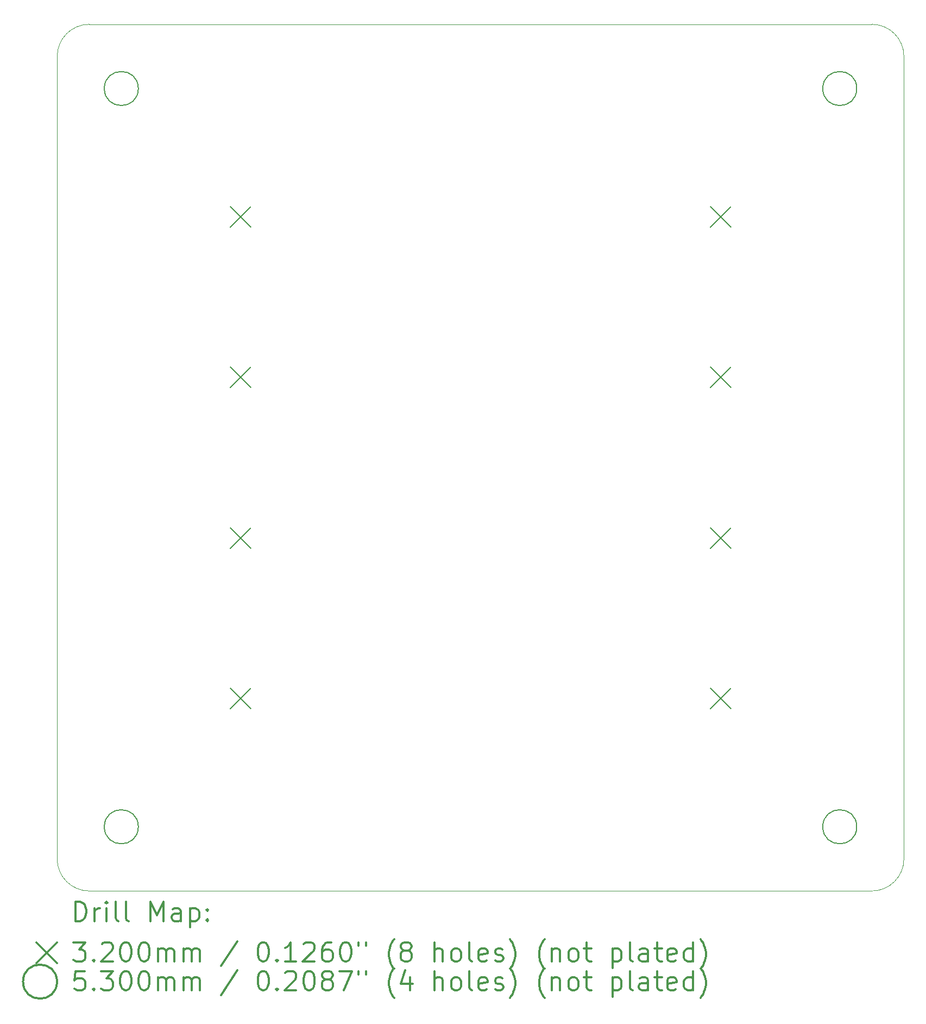
<source format=gbr>
%FSLAX45Y45*%
G04 Gerber Fmt 4.5, Leading zero omitted, Abs format (unit mm)*
G04 Created by KiCad (PCBNEW (5.1.10-1-10_14)) date 2022-03-30 11:01:11*
%MOMM*%
%LPD*%
G01*
G04 APERTURE LIST*
%TA.AperFunction,Profile*%
%ADD10C,0.050000*%
%TD*%
%ADD11C,0.200000*%
%ADD12C,0.300000*%
G04 APERTURE END LIST*
D10*
X16220000Y-3800000D02*
G75*
G02*
X16720000Y-4300000I0J-500000D01*
G01*
X16720000Y-16800000D02*
G75*
G02*
X16220000Y-17300000I-500000J0D01*
G01*
X4020000Y-17300000D02*
G75*
G02*
X3520000Y-16800000I0J500000D01*
G01*
X3520000Y-4300000D02*
G75*
G02*
X4020000Y-3800000I500000J0D01*
G01*
X3520000Y-4300000D02*
X3520000Y-16800000D01*
X4020000Y-17300000D02*
X16220000Y-17300000D01*
X16720000Y-4300000D02*
X16720000Y-16800000D01*
X4020000Y-3800000D02*
X16220000Y-3800000D01*
D11*
X6217500Y-6640000D02*
X6537500Y-6960000D01*
X6537500Y-6640000D02*
X6217500Y-6960000D01*
X6217500Y-9140000D02*
X6537500Y-9460000D01*
X6537500Y-9140000D02*
X6217500Y-9460000D01*
X6217500Y-11640000D02*
X6537500Y-11960000D01*
X6537500Y-11640000D02*
X6217500Y-11960000D01*
X6217500Y-14140000D02*
X6537500Y-14460000D01*
X6537500Y-14140000D02*
X6217500Y-14460000D01*
X13702500Y-6640000D02*
X14022500Y-6960000D01*
X14022500Y-6640000D02*
X13702500Y-6960000D01*
X13702500Y-9140000D02*
X14022500Y-9460000D01*
X14022500Y-9140000D02*
X13702500Y-9460000D01*
X13702500Y-11640000D02*
X14022500Y-11960000D01*
X14022500Y-11640000D02*
X13702500Y-11960000D01*
X13702500Y-14140000D02*
X14022500Y-14460000D01*
X14022500Y-14140000D02*
X13702500Y-14460000D01*
X4785000Y-4800000D02*
G75*
G03*
X4785000Y-4800000I-265000J0D01*
G01*
X4785000Y-16300000D02*
G75*
G03*
X4785000Y-16300000I-265000J0D01*
G01*
X15985000Y-4800000D02*
G75*
G03*
X15985000Y-4800000I-265000J0D01*
G01*
X15985000Y-16300000D02*
G75*
G03*
X15985000Y-16300000I-265000J0D01*
G01*
D12*
X3803928Y-17768214D02*
X3803928Y-17468214D01*
X3875357Y-17468214D01*
X3918214Y-17482500D01*
X3946786Y-17511072D01*
X3961071Y-17539643D01*
X3975357Y-17596786D01*
X3975357Y-17639643D01*
X3961071Y-17696786D01*
X3946786Y-17725357D01*
X3918214Y-17753929D01*
X3875357Y-17768214D01*
X3803928Y-17768214D01*
X4103928Y-17768214D02*
X4103928Y-17568214D01*
X4103928Y-17625357D02*
X4118214Y-17596786D01*
X4132500Y-17582500D01*
X4161071Y-17568214D01*
X4189643Y-17568214D01*
X4289643Y-17768214D02*
X4289643Y-17568214D01*
X4289643Y-17468214D02*
X4275357Y-17482500D01*
X4289643Y-17496786D01*
X4303928Y-17482500D01*
X4289643Y-17468214D01*
X4289643Y-17496786D01*
X4475357Y-17768214D02*
X4446786Y-17753929D01*
X4432500Y-17725357D01*
X4432500Y-17468214D01*
X4632500Y-17768214D02*
X4603928Y-17753929D01*
X4589643Y-17725357D01*
X4589643Y-17468214D01*
X4975357Y-17768214D02*
X4975357Y-17468214D01*
X5075357Y-17682500D01*
X5175357Y-17468214D01*
X5175357Y-17768214D01*
X5446786Y-17768214D02*
X5446786Y-17611072D01*
X5432500Y-17582500D01*
X5403928Y-17568214D01*
X5346786Y-17568214D01*
X5318214Y-17582500D01*
X5446786Y-17753929D02*
X5418214Y-17768214D01*
X5346786Y-17768214D01*
X5318214Y-17753929D01*
X5303928Y-17725357D01*
X5303928Y-17696786D01*
X5318214Y-17668214D01*
X5346786Y-17653929D01*
X5418214Y-17653929D01*
X5446786Y-17639643D01*
X5589643Y-17568214D02*
X5589643Y-17868214D01*
X5589643Y-17582500D02*
X5618214Y-17568214D01*
X5675357Y-17568214D01*
X5703928Y-17582500D01*
X5718214Y-17596786D01*
X5732500Y-17625357D01*
X5732500Y-17711072D01*
X5718214Y-17739643D01*
X5703928Y-17753929D01*
X5675357Y-17768214D01*
X5618214Y-17768214D01*
X5589643Y-17753929D01*
X5861071Y-17739643D02*
X5875357Y-17753929D01*
X5861071Y-17768214D01*
X5846786Y-17753929D01*
X5861071Y-17739643D01*
X5861071Y-17768214D01*
X5861071Y-17582500D02*
X5875357Y-17596786D01*
X5861071Y-17611072D01*
X5846786Y-17596786D01*
X5861071Y-17582500D01*
X5861071Y-17611072D01*
X3197500Y-18102500D02*
X3517500Y-18422500D01*
X3517500Y-18102500D02*
X3197500Y-18422500D01*
X3775357Y-18098214D02*
X3961071Y-18098214D01*
X3861071Y-18212500D01*
X3903928Y-18212500D01*
X3932500Y-18226786D01*
X3946786Y-18241072D01*
X3961071Y-18269643D01*
X3961071Y-18341072D01*
X3946786Y-18369643D01*
X3932500Y-18383929D01*
X3903928Y-18398214D01*
X3818214Y-18398214D01*
X3789643Y-18383929D01*
X3775357Y-18369643D01*
X4089643Y-18369643D02*
X4103928Y-18383929D01*
X4089643Y-18398214D01*
X4075357Y-18383929D01*
X4089643Y-18369643D01*
X4089643Y-18398214D01*
X4218214Y-18126786D02*
X4232500Y-18112500D01*
X4261071Y-18098214D01*
X4332500Y-18098214D01*
X4361071Y-18112500D01*
X4375357Y-18126786D01*
X4389643Y-18155357D01*
X4389643Y-18183929D01*
X4375357Y-18226786D01*
X4203928Y-18398214D01*
X4389643Y-18398214D01*
X4575357Y-18098214D02*
X4603928Y-18098214D01*
X4632500Y-18112500D01*
X4646786Y-18126786D01*
X4661071Y-18155357D01*
X4675357Y-18212500D01*
X4675357Y-18283929D01*
X4661071Y-18341072D01*
X4646786Y-18369643D01*
X4632500Y-18383929D01*
X4603928Y-18398214D01*
X4575357Y-18398214D01*
X4546786Y-18383929D01*
X4532500Y-18369643D01*
X4518214Y-18341072D01*
X4503928Y-18283929D01*
X4503928Y-18212500D01*
X4518214Y-18155357D01*
X4532500Y-18126786D01*
X4546786Y-18112500D01*
X4575357Y-18098214D01*
X4861071Y-18098214D02*
X4889643Y-18098214D01*
X4918214Y-18112500D01*
X4932500Y-18126786D01*
X4946786Y-18155357D01*
X4961071Y-18212500D01*
X4961071Y-18283929D01*
X4946786Y-18341072D01*
X4932500Y-18369643D01*
X4918214Y-18383929D01*
X4889643Y-18398214D01*
X4861071Y-18398214D01*
X4832500Y-18383929D01*
X4818214Y-18369643D01*
X4803928Y-18341072D01*
X4789643Y-18283929D01*
X4789643Y-18212500D01*
X4803928Y-18155357D01*
X4818214Y-18126786D01*
X4832500Y-18112500D01*
X4861071Y-18098214D01*
X5089643Y-18398214D02*
X5089643Y-18198214D01*
X5089643Y-18226786D02*
X5103928Y-18212500D01*
X5132500Y-18198214D01*
X5175357Y-18198214D01*
X5203928Y-18212500D01*
X5218214Y-18241072D01*
X5218214Y-18398214D01*
X5218214Y-18241072D02*
X5232500Y-18212500D01*
X5261071Y-18198214D01*
X5303928Y-18198214D01*
X5332500Y-18212500D01*
X5346786Y-18241072D01*
X5346786Y-18398214D01*
X5489643Y-18398214D02*
X5489643Y-18198214D01*
X5489643Y-18226786D02*
X5503928Y-18212500D01*
X5532500Y-18198214D01*
X5575357Y-18198214D01*
X5603928Y-18212500D01*
X5618214Y-18241072D01*
X5618214Y-18398214D01*
X5618214Y-18241072D02*
X5632500Y-18212500D01*
X5661071Y-18198214D01*
X5703928Y-18198214D01*
X5732500Y-18212500D01*
X5746786Y-18241072D01*
X5746786Y-18398214D01*
X6332500Y-18083929D02*
X6075357Y-18469643D01*
X6718214Y-18098214D02*
X6746786Y-18098214D01*
X6775357Y-18112500D01*
X6789643Y-18126786D01*
X6803928Y-18155357D01*
X6818214Y-18212500D01*
X6818214Y-18283929D01*
X6803928Y-18341072D01*
X6789643Y-18369643D01*
X6775357Y-18383929D01*
X6746786Y-18398214D01*
X6718214Y-18398214D01*
X6689643Y-18383929D01*
X6675357Y-18369643D01*
X6661071Y-18341072D01*
X6646786Y-18283929D01*
X6646786Y-18212500D01*
X6661071Y-18155357D01*
X6675357Y-18126786D01*
X6689643Y-18112500D01*
X6718214Y-18098214D01*
X6946786Y-18369643D02*
X6961071Y-18383929D01*
X6946786Y-18398214D01*
X6932500Y-18383929D01*
X6946786Y-18369643D01*
X6946786Y-18398214D01*
X7246786Y-18398214D02*
X7075357Y-18398214D01*
X7161071Y-18398214D02*
X7161071Y-18098214D01*
X7132500Y-18141072D01*
X7103928Y-18169643D01*
X7075357Y-18183929D01*
X7361071Y-18126786D02*
X7375357Y-18112500D01*
X7403928Y-18098214D01*
X7475357Y-18098214D01*
X7503928Y-18112500D01*
X7518214Y-18126786D01*
X7532500Y-18155357D01*
X7532500Y-18183929D01*
X7518214Y-18226786D01*
X7346786Y-18398214D01*
X7532500Y-18398214D01*
X7789643Y-18098214D02*
X7732500Y-18098214D01*
X7703928Y-18112500D01*
X7689643Y-18126786D01*
X7661071Y-18169643D01*
X7646786Y-18226786D01*
X7646786Y-18341072D01*
X7661071Y-18369643D01*
X7675357Y-18383929D01*
X7703928Y-18398214D01*
X7761071Y-18398214D01*
X7789643Y-18383929D01*
X7803928Y-18369643D01*
X7818214Y-18341072D01*
X7818214Y-18269643D01*
X7803928Y-18241072D01*
X7789643Y-18226786D01*
X7761071Y-18212500D01*
X7703928Y-18212500D01*
X7675357Y-18226786D01*
X7661071Y-18241072D01*
X7646786Y-18269643D01*
X8003928Y-18098214D02*
X8032500Y-18098214D01*
X8061071Y-18112500D01*
X8075357Y-18126786D01*
X8089643Y-18155357D01*
X8103928Y-18212500D01*
X8103928Y-18283929D01*
X8089643Y-18341072D01*
X8075357Y-18369643D01*
X8061071Y-18383929D01*
X8032500Y-18398214D01*
X8003928Y-18398214D01*
X7975357Y-18383929D01*
X7961071Y-18369643D01*
X7946786Y-18341072D01*
X7932500Y-18283929D01*
X7932500Y-18212500D01*
X7946786Y-18155357D01*
X7961071Y-18126786D01*
X7975357Y-18112500D01*
X8003928Y-18098214D01*
X8218214Y-18098214D02*
X8218214Y-18155357D01*
X8332500Y-18098214D02*
X8332500Y-18155357D01*
X8775357Y-18512500D02*
X8761071Y-18498214D01*
X8732500Y-18455357D01*
X8718214Y-18426786D01*
X8703928Y-18383929D01*
X8689643Y-18312500D01*
X8689643Y-18255357D01*
X8703928Y-18183929D01*
X8718214Y-18141072D01*
X8732500Y-18112500D01*
X8761071Y-18069643D01*
X8775357Y-18055357D01*
X8932500Y-18226786D02*
X8903928Y-18212500D01*
X8889643Y-18198214D01*
X8875357Y-18169643D01*
X8875357Y-18155357D01*
X8889643Y-18126786D01*
X8903928Y-18112500D01*
X8932500Y-18098214D01*
X8989643Y-18098214D01*
X9018214Y-18112500D01*
X9032500Y-18126786D01*
X9046786Y-18155357D01*
X9046786Y-18169643D01*
X9032500Y-18198214D01*
X9018214Y-18212500D01*
X8989643Y-18226786D01*
X8932500Y-18226786D01*
X8903928Y-18241072D01*
X8889643Y-18255357D01*
X8875357Y-18283929D01*
X8875357Y-18341072D01*
X8889643Y-18369643D01*
X8903928Y-18383929D01*
X8932500Y-18398214D01*
X8989643Y-18398214D01*
X9018214Y-18383929D01*
X9032500Y-18369643D01*
X9046786Y-18341072D01*
X9046786Y-18283929D01*
X9032500Y-18255357D01*
X9018214Y-18241072D01*
X8989643Y-18226786D01*
X9403928Y-18398214D02*
X9403928Y-18098214D01*
X9532500Y-18398214D02*
X9532500Y-18241072D01*
X9518214Y-18212500D01*
X9489643Y-18198214D01*
X9446786Y-18198214D01*
X9418214Y-18212500D01*
X9403928Y-18226786D01*
X9718214Y-18398214D02*
X9689643Y-18383929D01*
X9675357Y-18369643D01*
X9661071Y-18341072D01*
X9661071Y-18255357D01*
X9675357Y-18226786D01*
X9689643Y-18212500D01*
X9718214Y-18198214D01*
X9761071Y-18198214D01*
X9789643Y-18212500D01*
X9803928Y-18226786D01*
X9818214Y-18255357D01*
X9818214Y-18341072D01*
X9803928Y-18369643D01*
X9789643Y-18383929D01*
X9761071Y-18398214D01*
X9718214Y-18398214D01*
X9989643Y-18398214D02*
X9961071Y-18383929D01*
X9946786Y-18355357D01*
X9946786Y-18098214D01*
X10218214Y-18383929D02*
X10189643Y-18398214D01*
X10132500Y-18398214D01*
X10103928Y-18383929D01*
X10089643Y-18355357D01*
X10089643Y-18241072D01*
X10103928Y-18212500D01*
X10132500Y-18198214D01*
X10189643Y-18198214D01*
X10218214Y-18212500D01*
X10232500Y-18241072D01*
X10232500Y-18269643D01*
X10089643Y-18298214D01*
X10346786Y-18383929D02*
X10375357Y-18398214D01*
X10432500Y-18398214D01*
X10461071Y-18383929D01*
X10475357Y-18355357D01*
X10475357Y-18341072D01*
X10461071Y-18312500D01*
X10432500Y-18298214D01*
X10389643Y-18298214D01*
X10361071Y-18283929D01*
X10346786Y-18255357D01*
X10346786Y-18241072D01*
X10361071Y-18212500D01*
X10389643Y-18198214D01*
X10432500Y-18198214D01*
X10461071Y-18212500D01*
X10575357Y-18512500D02*
X10589643Y-18498214D01*
X10618214Y-18455357D01*
X10632500Y-18426786D01*
X10646786Y-18383929D01*
X10661071Y-18312500D01*
X10661071Y-18255357D01*
X10646786Y-18183929D01*
X10632500Y-18141072D01*
X10618214Y-18112500D01*
X10589643Y-18069643D01*
X10575357Y-18055357D01*
X11118214Y-18512500D02*
X11103928Y-18498214D01*
X11075357Y-18455357D01*
X11061071Y-18426786D01*
X11046786Y-18383929D01*
X11032500Y-18312500D01*
X11032500Y-18255357D01*
X11046786Y-18183929D01*
X11061071Y-18141072D01*
X11075357Y-18112500D01*
X11103928Y-18069643D01*
X11118214Y-18055357D01*
X11232500Y-18198214D02*
X11232500Y-18398214D01*
X11232500Y-18226786D02*
X11246786Y-18212500D01*
X11275357Y-18198214D01*
X11318214Y-18198214D01*
X11346786Y-18212500D01*
X11361071Y-18241072D01*
X11361071Y-18398214D01*
X11546786Y-18398214D02*
X11518214Y-18383929D01*
X11503928Y-18369643D01*
X11489643Y-18341072D01*
X11489643Y-18255357D01*
X11503928Y-18226786D01*
X11518214Y-18212500D01*
X11546786Y-18198214D01*
X11589643Y-18198214D01*
X11618214Y-18212500D01*
X11632500Y-18226786D01*
X11646786Y-18255357D01*
X11646786Y-18341072D01*
X11632500Y-18369643D01*
X11618214Y-18383929D01*
X11589643Y-18398214D01*
X11546786Y-18398214D01*
X11732500Y-18198214D02*
X11846786Y-18198214D01*
X11775357Y-18098214D02*
X11775357Y-18355357D01*
X11789643Y-18383929D01*
X11818214Y-18398214D01*
X11846786Y-18398214D01*
X12175357Y-18198214D02*
X12175357Y-18498214D01*
X12175357Y-18212500D02*
X12203928Y-18198214D01*
X12261071Y-18198214D01*
X12289643Y-18212500D01*
X12303928Y-18226786D01*
X12318214Y-18255357D01*
X12318214Y-18341072D01*
X12303928Y-18369643D01*
X12289643Y-18383929D01*
X12261071Y-18398214D01*
X12203928Y-18398214D01*
X12175357Y-18383929D01*
X12489643Y-18398214D02*
X12461071Y-18383929D01*
X12446786Y-18355357D01*
X12446786Y-18098214D01*
X12732500Y-18398214D02*
X12732500Y-18241072D01*
X12718214Y-18212500D01*
X12689643Y-18198214D01*
X12632500Y-18198214D01*
X12603928Y-18212500D01*
X12732500Y-18383929D02*
X12703928Y-18398214D01*
X12632500Y-18398214D01*
X12603928Y-18383929D01*
X12589643Y-18355357D01*
X12589643Y-18326786D01*
X12603928Y-18298214D01*
X12632500Y-18283929D01*
X12703928Y-18283929D01*
X12732500Y-18269643D01*
X12832500Y-18198214D02*
X12946786Y-18198214D01*
X12875357Y-18098214D02*
X12875357Y-18355357D01*
X12889643Y-18383929D01*
X12918214Y-18398214D01*
X12946786Y-18398214D01*
X13161071Y-18383929D02*
X13132500Y-18398214D01*
X13075357Y-18398214D01*
X13046786Y-18383929D01*
X13032500Y-18355357D01*
X13032500Y-18241072D01*
X13046786Y-18212500D01*
X13075357Y-18198214D01*
X13132500Y-18198214D01*
X13161071Y-18212500D01*
X13175357Y-18241072D01*
X13175357Y-18269643D01*
X13032500Y-18298214D01*
X13432500Y-18398214D02*
X13432500Y-18098214D01*
X13432500Y-18383929D02*
X13403928Y-18398214D01*
X13346786Y-18398214D01*
X13318214Y-18383929D01*
X13303928Y-18369643D01*
X13289643Y-18341072D01*
X13289643Y-18255357D01*
X13303928Y-18226786D01*
X13318214Y-18212500D01*
X13346786Y-18198214D01*
X13403928Y-18198214D01*
X13432500Y-18212500D01*
X13546786Y-18512500D02*
X13561071Y-18498214D01*
X13589643Y-18455357D01*
X13603928Y-18426786D01*
X13618214Y-18383929D01*
X13632500Y-18312500D01*
X13632500Y-18255357D01*
X13618214Y-18183929D01*
X13603928Y-18141072D01*
X13589643Y-18112500D01*
X13561071Y-18069643D01*
X13546786Y-18055357D01*
X3517500Y-18712500D02*
G75*
G03*
X3517500Y-18712500I-265000J0D01*
G01*
X3946786Y-18548214D02*
X3803928Y-18548214D01*
X3789643Y-18691072D01*
X3803928Y-18676786D01*
X3832500Y-18662500D01*
X3903928Y-18662500D01*
X3932500Y-18676786D01*
X3946786Y-18691072D01*
X3961071Y-18719643D01*
X3961071Y-18791072D01*
X3946786Y-18819643D01*
X3932500Y-18833929D01*
X3903928Y-18848214D01*
X3832500Y-18848214D01*
X3803928Y-18833929D01*
X3789643Y-18819643D01*
X4089643Y-18819643D02*
X4103928Y-18833929D01*
X4089643Y-18848214D01*
X4075357Y-18833929D01*
X4089643Y-18819643D01*
X4089643Y-18848214D01*
X4203928Y-18548214D02*
X4389643Y-18548214D01*
X4289643Y-18662500D01*
X4332500Y-18662500D01*
X4361071Y-18676786D01*
X4375357Y-18691072D01*
X4389643Y-18719643D01*
X4389643Y-18791072D01*
X4375357Y-18819643D01*
X4361071Y-18833929D01*
X4332500Y-18848214D01*
X4246786Y-18848214D01*
X4218214Y-18833929D01*
X4203928Y-18819643D01*
X4575357Y-18548214D02*
X4603928Y-18548214D01*
X4632500Y-18562500D01*
X4646786Y-18576786D01*
X4661071Y-18605357D01*
X4675357Y-18662500D01*
X4675357Y-18733929D01*
X4661071Y-18791072D01*
X4646786Y-18819643D01*
X4632500Y-18833929D01*
X4603928Y-18848214D01*
X4575357Y-18848214D01*
X4546786Y-18833929D01*
X4532500Y-18819643D01*
X4518214Y-18791072D01*
X4503928Y-18733929D01*
X4503928Y-18662500D01*
X4518214Y-18605357D01*
X4532500Y-18576786D01*
X4546786Y-18562500D01*
X4575357Y-18548214D01*
X4861071Y-18548214D02*
X4889643Y-18548214D01*
X4918214Y-18562500D01*
X4932500Y-18576786D01*
X4946786Y-18605357D01*
X4961071Y-18662500D01*
X4961071Y-18733929D01*
X4946786Y-18791072D01*
X4932500Y-18819643D01*
X4918214Y-18833929D01*
X4889643Y-18848214D01*
X4861071Y-18848214D01*
X4832500Y-18833929D01*
X4818214Y-18819643D01*
X4803928Y-18791072D01*
X4789643Y-18733929D01*
X4789643Y-18662500D01*
X4803928Y-18605357D01*
X4818214Y-18576786D01*
X4832500Y-18562500D01*
X4861071Y-18548214D01*
X5089643Y-18848214D02*
X5089643Y-18648214D01*
X5089643Y-18676786D02*
X5103928Y-18662500D01*
X5132500Y-18648214D01*
X5175357Y-18648214D01*
X5203928Y-18662500D01*
X5218214Y-18691072D01*
X5218214Y-18848214D01*
X5218214Y-18691072D02*
X5232500Y-18662500D01*
X5261071Y-18648214D01*
X5303928Y-18648214D01*
X5332500Y-18662500D01*
X5346786Y-18691072D01*
X5346786Y-18848214D01*
X5489643Y-18848214D02*
X5489643Y-18648214D01*
X5489643Y-18676786D02*
X5503928Y-18662500D01*
X5532500Y-18648214D01*
X5575357Y-18648214D01*
X5603928Y-18662500D01*
X5618214Y-18691072D01*
X5618214Y-18848214D01*
X5618214Y-18691072D02*
X5632500Y-18662500D01*
X5661071Y-18648214D01*
X5703928Y-18648214D01*
X5732500Y-18662500D01*
X5746786Y-18691072D01*
X5746786Y-18848214D01*
X6332500Y-18533929D02*
X6075357Y-18919643D01*
X6718214Y-18548214D02*
X6746786Y-18548214D01*
X6775357Y-18562500D01*
X6789643Y-18576786D01*
X6803928Y-18605357D01*
X6818214Y-18662500D01*
X6818214Y-18733929D01*
X6803928Y-18791072D01*
X6789643Y-18819643D01*
X6775357Y-18833929D01*
X6746786Y-18848214D01*
X6718214Y-18848214D01*
X6689643Y-18833929D01*
X6675357Y-18819643D01*
X6661071Y-18791072D01*
X6646786Y-18733929D01*
X6646786Y-18662500D01*
X6661071Y-18605357D01*
X6675357Y-18576786D01*
X6689643Y-18562500D01*
X6718214Y-18548214D01*
X6946786Y-18819643D02*
X6961071Y-18833929D01*
X6946786Y-18848214D01*
X6932500Y-18833929D01*
X6946786Y-18819643D01*
X6946786Y-18848214D01*
X7075357Y-18576786D02*
X7089643Y-18562500D01*
X7118214Y-18548214D01*
X7189643Y-18548214D01*
X7218214Y-18562500D01*
X7232500Y-18576786D01*
X7246786Y-18605357D01*
X7246786Y-18633929D01*
X7232500Y-18676786D01*
X7061071Y-18848214D01*
X7246786Y-18848214D01*
X7432500Y-18548214D02*
X7461071Y-18548214D01*
X7489643Y-18562500D01*
X7503928Y-18576786D01*
X7518214Y-18605357D01*
X7532500Y-18662500D01*
X7532500Y-18733929D01*
X7518214Y-18791072D01*
X7503928Y-18819643D01*
X7489643Y-18833929D01*
X7461071Y-18848214D01*
X7432500Y-18848214D01*
X7403928Y-18833929D01*
X7389643Y-18819643D01*
X7375357Y-18791072D01*
X7361071Y-18733929D01*
X7361071Y-18662500D01*
X7375357Y-18605357D01*
X7389643Y-18576786D01*
X7403928Y-18562500D01*
X7432500Y-18548214D01*
X7703928Y-18676786D02*
X7675357Y-18662500D01*
X7661071Y-18648214D01*
X7646786Y-18619643D01*
X7646786Y-18605357D01*
X7661071Y-18576786D01*
X7675357Y-18562500D01*
X7703928Y-18548214D01*
X7761071Y-18548214D01*
X7789643Y-18562500D01*
X7803928Y-18576786D01*
X7818214Y-18605357D01*
X7818214Y-18619643D01*
X7803928Y-18648214D01*
X7789643Y-18662500D01*
X7761071Y-18676786D01*
X7703928Y-18676786D01*
X7675357Y-18691072D01*
X7661071Y-18705357D01*
X7646786Y-18733929D01*
X7646786Y-18791072D01*
X7661071Y-18819643D01*
X7675357Y-18833929D01*
X7703928Y-18848214D01*
X7761071Y-18848214D01*
X7789643Y-18833929D01*
X7803928Y-18819643D01*
X7818214Y-18791072D01*
X7818214Y-18733929D01*
X7803928Y-18705357D01*
X7789643Y-18691072D01*
X7761071Y-18676786D01*
X7918214Y-18548214D02*
X8118214Y-18548214D01*
X7989643Y-18848214D01*
X8218214Y-18548214D02*
X8218214Y-18605357D01*
X8332500Y-18548214D02*
X8332500Y-18605357D01*
X8775357Y-18962500D02*
X8761071Y-18948214D01*
X8732500Y-18905357D01*
X8718214Y-18876786D01*
X8703928Y-18833929D01*
X8689643Y-18762500D01*
X8689643Y-18705357D01*
X8703928Y-18633929D01*
X8718214Y-18591072D01*
X8732500Y-18562500D01*
X8761071Y-18519643D01*
X8775357Y-18505357D01*
X9018214Y-18648214D02*
X9018214Y-18848214D01*
X8946786Y-18533929D02*
X8875357Y-18748214D01*
X9061071Y-18748214D01*
X9403928Y-18848214D02*
X9403928Y-18548214D01*
X9532500Y-18848214D02*
X9532500Y-18691072D01*
X9518214Y-18662500D01*
X9489643Y-18648214D01*
X9446786Y-18648214D01*
X9418214Y-18662500D01*
X9403928Y-18676786D01*
X9718214Y-18848214D02*
X9689643Y-18833929D01*
X9675357Y-18819643D01*
X9661071Y-18791072D01*
X9661071Y-18705357D01*
X9675357Y-18676786D01*
X9689643Y-18662500D01*
X9718214Y-18648214D01*
X9761071Y-18648214D01*
X9789643Y-18662500D01*
X9803928Y-18676786D01*
X9818214Y-18705357D01*
X9818214Y-18791072D01*
X9803928Y-18819643D01*
X9789643Y-18833929D01*
X9761071Y-18848214D01*
X9718214Y-18848214D01*
X9989643Y-18848214D02*
X9961071Y-18833929D01*
X9946786Y-18805357D01*
X9946786Y-18548214D01*
X10218214Y-18833929D02*
X10189643Y-18848214D01*
X10132500Y-18848214D01*
X10103928Y-18833929D01*
X10089643Y-18805357D01*
X10089643Y-18691072D01*
X10103928Y-18662500D01*
X10132500Y-18648214D01*
X10189643Y-18648214D01*
X10218214Y-18662500D01*
X10232500Y-18691072D01*
X10232500Y-18719643D01*
X10089643Y-18748214D01*
X10346786Y-18833929D02*
X10375357Y-18848214D01*
X10432500Y-18848214D01*
X10461071Y-18833929D01*
X10475357Y-18805357D01*
X10475357Y-18791072D01*
X10461071Y-18762500D01*
X10432500Y-18748214D01*
X10389643Y-18748214D01*
X10361071Y-18733929D01*
X10346786Y-18705357D01*
X10346786Y-18691072D01*
X10361071Y-18662500D01*
X10389643Y-18648214D01*
X10432500Y-18648214D01*
X10461071Y-18662500D01*
X10575357Y-18962500D02*
X10589643Y-18948214D01*
X10618214Y-18905357D01*
X10632500Y-18876786D01*
X10646786Y-18833929D01*
X10661071Y-18762500D01*
X10661071Y-18705357D01*
X10646786Y-18633929D01*
X10632500Y-18591072D01*
X10618214Y-18562500D01*
X10589643Y-18519643D01*
X10575357Y-18505357D01*
X11118214Y-18962500D02*
X11103928Y-18948214D01*
X11075357Y-18905357D01*
X11061071Y-18876786D01*
X11046786Y-18833929D01*
X11032500Y-18762500D01*
X11032500Y-18705357D01*
X11046786Y-18633929D01*
X11061071Y-18591072D01*
X11075357Y-18562500D01*
X11103928Y-18519643D01*
X11118214Y-18505357D01*
X11232500Y-18648214D02*
X11232500Y-18848214D01*
X11232500Y-18676786D02*
X11246786Y-18662500D01*
X11275357Y-18648214D01*
X11318214Y-18648214D01*
X11346786Y-18662500D01*
X11361071Y-18691072D01*
X11361071Y-18848214D01*
X11546786Y-18848214D02*
X11518214Y-18833929D01*
X11503928Y-18819643D01*
X11489643Y-18791072D01*
X11489643Y-18705357D01*
X11503928Y-18676786D01*
X11518214Y-18662500D01*
X11546786Y-18648214D01*
X11589643Y-18648214D01*
X11618214Y-18662500D01*
X11632500Y-18676786D01*
X11646786Y-18705357D01*
X11646786Y-18791072D01*
X11632500Y-18819643D01*
X11618214Y-18833929D01*
X11589643Y-18848214D01*
X11546786Y-18848214D01*
X11732500Y-18648214D02*
X11846786Y-18648214D01*
X11775357Y-18548214D02*
X11775357Y-18805357D01*
X11789643Y-18833929D01*
X11818214Y-18848214D01*
X11846786Y-18848214D01*
X12175357Y-18648214D02*
X12175357Y-18948214D01*
X12175357Y-18662500D02*
X12203928Y-18648214D01*
X12261071Y-18648214D01*
X12289643Y-18662500D01*
X12303928Y-18676786D01*
X12318214Y-18705357D01*
X12318214Y-18791072D01*
X12303928Y-18819643D01*
X12289643Y-18833929D01*
X12261071Y-18848214D01*
X12203928Y-18848214D01*
X12175357Y-18833929D01*
X12489643Y-18848214D02*
X12461071Y-18833929D01*
X12446786Y-18805357D01*
X12446786Y-18548214D01*
X12732500Y-18848214D02*
X12732500Y-18691072D01*
X12718214Y-18662500D01*
X12689643Y-18648214D01*
X12632500Y-18648214D01*
X12603928Y-18662500D01*
X12732500Y-18833929D02*
X12703928Y-18848214D01*
X12632500Y-18848214D01*
X12603928Y-18833929D01*
X12589643Y-18805357D01*
X12589643Y-18776786D01*
X12603928Y-18748214D01*
X12632500Y-18733929D01*
X12703928Y-18733929D01*
X12732500Y-18719643D01*
X12832500Y-18648214D02*
X12946786Y-18648214D01*
X12875357Y-18548214D02*
X12875357Y-18805357D01*
X12889643Y-18833929D01*
X12918214Y-18848214D01*
X12946786Y-18848214D01*
X13161071Y-18833929D02*
X13132500Y-18848214D01*
X13075357Y-18848214D01*
X13046786Y-18833929D01*
X13032500Y-18805357D01*
X13032500Y-18691072D01*
X13046786Y-18662500D01*
X13075357Y-18648214D01*
X13132500Y-18648214D01*
X13161071Y-18662500D01*
X13175357Y-18691072D01*
X13175357Y-18719643D01*
X13032500Y-18748214D01*
X13432500Y-18848214D02*
X13432500Y-18548214D01*
X13432500Y-18833929D02*
X13403928Y-18848214D01*
X13346786Y-18848214D01*
X13318214Y-18833929D01*
X13303928Y-18819643D01*
X13289643Y-18791072D01*
X13289643Y-18705357D01*
X13303928Y-18676786D01*
X13318214Y-18662500D01*
X13346786Y-18648214D01*
X13403928Y-18648214D01*
X13432500Y-18662500D01*
X13546786Y-18962500D02*
X13561071Y-18948214D01*
X13589643Y-18905357D01*
X13603928Y-18876786D01*
X13618214Y-18833929D01*
X13632500Y-18762500D01*
X13632500Y-18705357D01*
X13618214Y-18633929D01*
X13603928Y-18591072D01*
X13589643Y-18562500D01*
X13561071Y-18519643D01*
X13546786Y-18505357D01*
M02*

</source>
